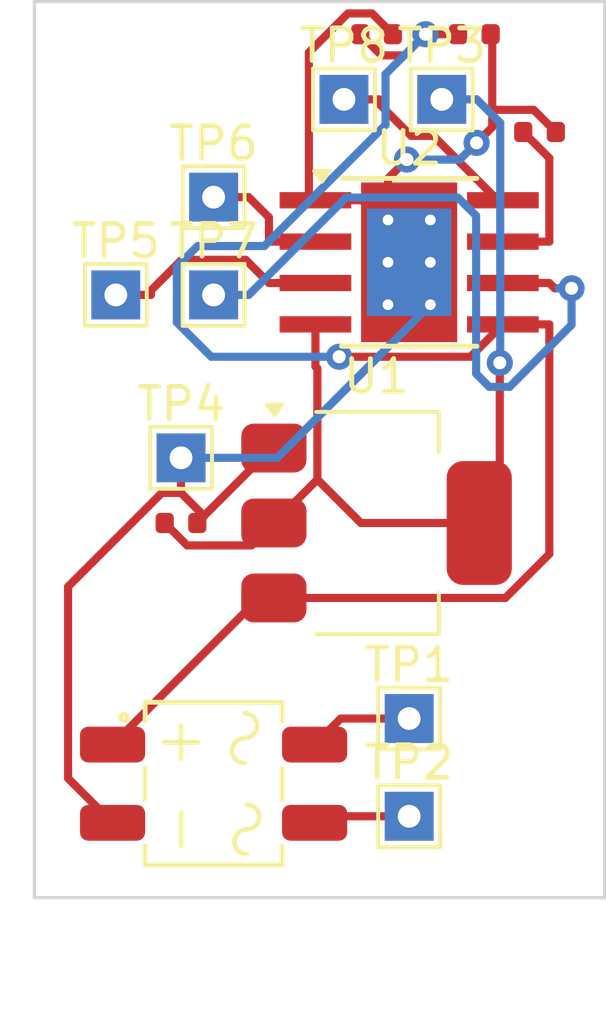
<source format=kicad_pcb>
(kicad_pcb (version 20241229) (generator "pcbnew") (generator_version "9.0")
  (layers (0 "F.Cu" signal) (2 "B.Cu" signal) (13 "F.Paste" user) (15 "B.Paste" user) (5 "F.SilkS" user "F.Silkscreen") (7 "B.SilkS" user "B.Silkscreen") (1 "F.Mask" user) (3 "B.Mask" user) (25 "Edge.Cuts" user))
  (net 0 "")
  (net 1 "GND")
  (net 2 "Net-(DB1-+)")
  (net 3 "Net-(DB1-AC-Pad4)")
  (net 4 "Net-(DB1-AC-Pad3)")
  (net 5 "Net-(U1-VO)")
  (net 6 "Net-(U2-ISEN)")
  (net 7 "Net-(U2-IN1)")
  (net 8 "Net-(U2-IN2)")
  (net 9 "Net-(U2-OUT1)")
  (net 10 "Net-(U2-OUT2)")
  (footprint "TestPoint:TestPoint_THTPad_1.5x1.5mm_Drill0.7mm" (layer "F.Cu") (at 89 41)
    (property "Reference" "TP7" (at 0 -1.648 0) (layer "F.SilkS"))
    (property "Value" "TestPoint")
    (fp_line (start -0.95 -0.95) (end 0.95 -0.95) (stroke (width 0.12)) (layer "F.SilkS"))
    (fp_line (start -0.95 0.95) (end -0.95 -0.95) (stroke (width 0.12)) (layer "F.SilkS"))
    (fp_line (start 0.95 -0.95) (end 0.95 0.95) (stroke (width 0.12)) (layer "F.SilkS"))
    (fp_line (start 0.95 0.95) (end -0.95 0.95) (stroke (width 0.12)) (layer "F.SilkS"))
    (pad "1" thru_hole rect (at 0 0) (size 1.5 1.5) (drill 0.7) (layers "*.Cu" "*.Mask") (net 9 "Net-(U2-OUT1)"))
  )
  (footprint "TestPoint:TestPoint_THTPad_1.5x1.5mm_Drill0.7mm" (layer "F.Cu") (at 89 38)
    (property "Reference" "TP6" (at 0 -1.648 0) (layer "F.SilkS"))
    (property "Value" "TestPoint")
    (fp_line (start -0.95 -0.95) (end 0.95 -0.95) (stroke (width 0.12)) (layer "F.SilkS"))
    (fp_line (start -0.95 0.95) (end -0.95 -0.95) (stroke (width 0.12)) (layer "F.SilkS"))
    (fp_line (start 0.95 -0.95) (end 0.95 0.95) (stroke (width 0.12)) (layer "F.SilkS"))
    (fp_line (start 0.95 0.95) (end -0.95 0.95) (stroke (width 0.12)) (layer "F.SilkS"))
    (pad "1" thru_hole rect (at 0 0) (size 1.5 1.5) (drill 0.7) (layers "*.Cu" "*.Mask") (net 8 "Net-(U2-IN2)"))
  )
  (footprint "TestPoint:TestPoint_THTPad_1.5x1.5mm_Drill0.7mm" (layer "F.Cu") (at 88 46)
    (property "Reference" "TP4" (at 0 -1.648 0) (layer "F.SilkS"))
    (property "Value" "TestPoint")
    (fp_line (start -0.95 -0.95) (end 0.95 -0.95) (stroke (width 0.12)) (layer "F.SilkS"))
    (fp_line (start -0.95 0.95) (end -0.95 -0.95) (stroke (width 0.12)) (layer "F.SilkS"))
    (fp_line (start 0.95 -0.95) (end 0.95 0.95) (stroke (width 0.12)) (layer "F.SilkS"))
    (fp_line (start 0.95 0.95) (end -0.95 0.95) (stroke (width 0.12)) (layer "F.SilkS"))
    (pad "1" thru_hole rect (at 0 0) (size 1.5 1.5) (drill 0.7) (layers "*.Cu" "*.Mask") (net 1 "GND"))
  )
  (footprint "PCM_JLCPCB:C_0402" (layer "F.Cu") (at 94 33)
    (property "Reference" "C1" (hide yes))
    (property "Value" "100nF")
    (pad "1" smd roundrect (at -0.5 0) (size 0.56 0.62) (layers "F.Cu" "F.Mask" "F.Paste") (net 2 "Net-(DB1-+)"))
    (pad "2" smd roundrect (at 0.5 0) (size 0.56 0.62) (layers "F.Cu" "F.Mask" "F.Paste") (net 1 "GND"))
  )
  (footprint "TestPoint:TestPoint_THTPad_1.5x1.5mm_Drill0.7mm" (layer "F.Cu") (at 95 57)
    (property "Reference" "TP2" (at 0 -1.648 0) (layer "F.SilkS"))
    (property "Value" "TestPoint")
    (fp_line (start -0.95 -0.95) (end 0.95 -0.95) (stroke (width 0.12)) (layer "F.SilkS"))
    (fp_line (start -0.95 0.95) (end -0.95 -0.95) (stroke (width 0.12)) (layer "F.SilkS"))
    (fp_line (start 0.95 -0.95) (end 0.95 0.95) (stroke (width 0.12)) (layer "F.SilkS"))
    (fp_line (start 0.95 0.95) (end -0.95 0.95) (stroke (width 0.12)) (layer "F.SilkS"))
    (pad "1" thru_hole rect (at 0 0) (size 1.5 1.5) (drill 0.7) (layers "*.Cu" "*.Mask") (net 4 "Net-(DB1-AC-Pad3)"))
  )
  (footprint "Package_SO:Texas_HTSOP-8-1EP_3.9x4.9mm_P1.27mm_EP2.95x4.9mm_Mask2.4x3.1mm_ThermalVias" (layer "F.Cu") (at 95 40)
    (property "Reference" "U2" (at 0 -3.5 0) (layer "F.SilkS"))
    (property "Value" "DRV8870DDA")
    (fp_line (start -2.075 -2.575) (end 2.075 -2.575) (stroke (width 0.15)) (layer "F.SilkS"))
    (fp_line (start -2.075 2.575) (end 2.075 2.575) (stroke (width 0.15)) (layer "F.SilkS"))
    (fp_poly (pts (xy -2.675 -2.475) (xy -2.915 -2.805) (xy -2.435 -2.805) (xy -2.675 -2.475)) (stroke (width 0.12)) (fill yes) (layer "F.SilkS"))
    (pad "1" smd rect (at -2.875 -1.905) (size 2.2 0.5) (layers "F.Cu" "F.Mask" "F.Paste") (net 1 "GND"))
    (pad "2" smd rect (at -2.875 -0.635) (size 2.2 0.5) (layers "F.Cu" "F.Mask" "F.Paste") (net 8 "Net-(U2-IN2)"))
    (pad "3" smd rect (at -2.875 0.635) (size 2.2 0.5) (layers "F.Cu" "F.Mask" "F.Paste") (net 7 "Net-(U2-IN1)"))
    (pad "4" smd rect (at -2.875 1.905) (size 2.2 0.5) (layers "F.Cu" "F.Mask" "F.Paste") (net 5 "Net-(U1-VO)"))
    (pad "5" smd rect (at 2.875 1.905) (size 2.2 0.5) (layers "F.Cu" "F.Mask" "F.Paste") (net 2 "Net-(DB1-+)"))
    (pad "6" smd rect (at 2.875 0.635) (size 2.2 0.5) (layers "F.Cu" "F.Mask" "F.Paste") (net 9 "Net-(U2-OUT1)"))
    (pad "7" smd rect (at 2.875 -0.635) (size 2.2 0.5) (layers "F.Cu" "F.Mask" "F.Paste") (net 6 "Net-(U2-ISEN)"))
    (pad "8" smd rect (at 2.875 -1.905) (size 2.2 0.5) (layers "F.Cu" "F.Mask" "F.Paste") (net 10 "Net-(U2-OUT2)"))
    (pad "9" thru_hole circle (at -0.65 -1.3) (size 0.63 0.63) (drill 0.33) (layers "*.Cu" "*.Mask") (net 1 "GND"))
    (pad "9" thru_hole circle (at -0.65 0) (size 0.63 0.63) (drill 0.33) (layers "*.Cu" "*.Mask") (net 1 "GND"))
    (pad "9" thru_hole circle (at -0.65 1.3) (size 0.63 0.63) (drill 0.33) (layers "*.Cu" "*.Mask") (net 1 "GND"))
    (pad "9" smd rect (at 0 0) (size 2.6 3.3) (layers "B.Cu") (net 1 "GND"))
    (pad "9" smd rect (at 0 0) (size 2.95 4.9) (layers "F.Cu") (net 1 "GND"))
    (pad "9" thru_hole circle (at 0.65 -1.3) (size 0.63 0.63) (drill 0.33) (layers "*.Cu" "*.Mask") (net 1 "GND"))
    (pad "9" thru_hole circle (at 0.65 0) (size 0.63 0.63) (drill 0.33) (layers "*.Cu" "*.Mask") (net 1 "GND"))
    (pad "9" thru_hole circle (at 0.65 1.3) (size 0.63 0.63) (drill 0.33) (layers "*.Cu" "*.Mask") (net 1 "GND"))
  )
  (footprint "TestPoint:TestPoint_THTPad_1.5x1.5mm_Drill0.7mm" (layer "F.Cu") (at 86 41)
    (property "Reference" "TP5" (at 0 -1.648 0) (layer "F.SilkS"))
    (property "Value" "TestPoint")
    (fp_line (start -0.95 -0.95) (end 0.95 -0.95) (stroke (width 0.12)) (layer "F.SilkS"))
    (fp_line (start -0.95 0.95) (end -0.95 -0.95) (stroke (width 0.12)) (layer "F.SilkS"))
    (fp_line (start 0.95 -0.95) (end 0.95 0.95) (stroke (width 0.12)) (layer "F.SilkS"))
    (fp_line (start 0.95 0.95) (end -0.95 0.95) (stroke (width 0.12)) (layer "F.SilkS"))
    (pad "1" thru_hole rect (at 0 0) (size 1.5 1.5) (drill 0.7) (layers "*.Cu" "*.Mask") (net 7 "Net-(U2-IN1)"))
  )
  (footprint "Package_TO_SOT_SMD:SOT-223-3_TabPin2" (layer "F.Cu") (at 94 48)
    (property "Reference" "U1" (at 0 -4.5 0) (layer "F.SilkS"))
    (property "Value" "AMS1117-3.3")
    (fp_line (start -1.85 -3.41) (end 1.91 -3.41) (stroke (width 0.12)) (layer "F.SilkS"))
    (fp_line (start -1.85 3.41) (end 1.91 3.41) (stroke (width 0.12)) (layer "F.SilkS"))
    (fp_line (start 1.91 -3.41) (end 1.91 -2.15) (stroke (width 0.12)) (layer "F.SilkS"))
    (fp_line (start 1.91 3.41) (end 1.91 2.15) (stroke (width 0.12)) (layer "F.SilkS"))
    (fp_poly (pts (xy -3.13 -3.31) (xy -3.37 -3.64) (xy -2.89 -3.64) (xy -3.13 -3.31)) (stroke (width 0.12)) (fill yes) (layer "F.SilkS"))
    (pad "1" smd roundrect (at -3.15 -2.3) (size 2 1.5) (layers "F.Cu" "F.Mask" "F.Paste") (net 1 "GND"))
    (pad "2" smd roundrect (at -3.15 0) (size 2 1.5) (layers "F.Cu" "F.Mask" "F.Paste") (net 5 "Net-(U1-VO)"))
    (pad "2" smd roundrect (at 3.15 0) (size 2 3.8) (layers "F.Cu" "F.Mask" "F.Paste") (net 5 "Net-(U1-VO)"))
    (pad "3" smd roundrect (at -3.15 2.3) (size 2 1.5) (layers "F.Cu" "F.Mask" "F.Paste") (net 2 "Net-(DB1-+)"))
  )
  (footprint "PCM_JLCPCB:C_0402" (layer "F.Cu") (at 97 33)
    (property "Reference" "C3" (hide yes))
    (property "Value" "47pF")
    (pad "1" smd roundrect (at -0.5 0) (size 0.56 0.62) (layers "F.Cu" "F.Mask" "F.Paste") (net 2 "Net-(DB1-+)"))
    (pad "2" smd roundrect (at 0.5 0) (size 0.56 0.62) (layers "F.Cu" "F.Mask" "F.Paste") (net 1 "GND"))
  )
  (footprint "PCM_JLCPCB:C_0402" (layer "F.Cu") (at 88 48)
    (property "Reference" "C2" (hide yes))
    (property "Value" "10uF")
    (pad "1" smd roundrect (at -0.5 0) (size 0.56 0.62) (layers "F.Cu" "F.Mask" "F.Paste") (net 5 "Net-(U1-VO)"))
    (pad "2" smd roundrect (at 0.5 0) (size 0.56 0.62) (layers "F.Cu" "F.Mask" "F.Paste") (net 1 "GND"))
  )
  (footprint "TestPoint:TestPoint_THTPad_1.5x1.5mm_Drill0.7mm" (layer "F.Cu") (at 93 35)
    (property "Reference" "TP8" (at 0 -1.648 0) (layer "F.SilkS"))
    (property "Value" "TestPoint")
    (fp_line (start -0.95 -0.95) (end 0.95 -0.95) (stroke (width 0.12)) (layer "F.SilkS"))
    (fp_line (start -0.95 0.95) (end -0.95 -0.95) (stroke (width 0.12)) (layer "F.SilkS"))
    (fp_line (start 0.95 -0.95) (end 0.95 0.95) (stroke (width 0.12)) (layer "F.SilkS"))
    (fp_line (start 0.95 0.95) (end -0.95 0.95) (stroke (width 0.12)) (layer "F.SilkS"))
    (pad "1" thru_hole rect (at 0 0) (size 1.5 1.5) (drill 0.7) (layers "*.Cu" "*.Mask") (net 10 "Net-(U2-OUT2)"))
  )
  (footprint "PCM_JLCPCB:MBS_L4.7-W3.8-P2.40-LS7.0-TL" (layer "F.Cu") (at 89 56)
    (property "Reference" "DB1" (hide yes))
    (property "Value" "MB10S")
    (fp_line (start -2.1 -2.5) (end -2.1 -1.92) (stroke (width 0.15)) (layer "F.SilkS"))
    (fp_line (start -2.1 -0.48) (end -2.1 0.48) (stroke (width 0.15)) (layer "F.SilkS"))
    (fp_line (start -2.1 1.92) (end -2.1 2.5) (stroke (width 0.15)) (layer "F.SilkS"))
    (fp_line (start -1.51 -1.27) (end -0.49 -1.27) (stroke (width 0.15)) (layer "F.SilkS"))
    (fp_line (start -1 -0.76) (end -1 -1.78) (stroke (width 0.15)) (layer "F.SilkS"))
    (fp_line (start -1 1.91) (end -1 0.89) (stroke (width 0.15)) (layer "F.SilkS"))
    (fp_line (start 2.1 -2.5) (end -2.1 -2.5) (stroke (width 0.15)) (layer "F.SilkS"))
    (fp_line (start 2.1 -2.5) (end 2.1 -1.92) (stroke (width 0.15)) (layer "F.SilkS"))
    (fp_line (start 2.1 -0.48) (end 2.1 0.48) (stroke (width 0.15)) (layer "F.SilkS"))
    (fp_line (start 2.1 1.92) (end 2.1 2.5) (stroke (width 0.15)) (layer "F.SilkS"))
    (fp_line (start 2.1 2.5) (end -2.1 2.5) (stroke (width 0.15)) (layer "F.SilkS"))
    (fp_arc (start 0.95 -2.16) (mid 1.33 -1.78) (end 0.95 -1.4) (stroke (width 0.15)) (layer "F.SilkS"))
    (fp_arc (start 0.95 -0.63) (mid 0.565 -1.015) (end 0.95 -1.4) (stroke (width 0.15)) (layer "F.SilkS"))
    (fp_arc (start 1.02 0.64) (mid 1.4 1.02) (end 1.02 1.4) (stroke (width 0.15)) (layer "F.SilkS"))
    (fp_arc (start 1.02 2.16) (mid 0.64 1.78) (end 1.02 1.4) (stroke (width 0.15)) (layer "F.SilkS"))
    (fp_circle (center -2.75 -2.03) (end -2.72 -2.03) (stroke (width 0.15)) (fill no) (layer "F.SilkS"))
    (pad "1" smd roundrect (at -3.1 -1.2) (size 2 1.1) (layers "F.Cu" "F.Mask" "F.Paste") (roundrect_rratio 0.2272727273) (net 2 "Net-(DB1-+)"))
    (pad "2" smd roundrect (at -3.1 1.2) (size 2 1.1) (layers "F.Cu" "F.Mask" "F.Paste") (roundrect_rratio 0.2272727273) (net 1 "GND"))
    (pad "3" smd roundrect (at 3.1 1.2) (size 2 1.1) (layers "F.Cu" "F.Mask" "F.Paste") (roundrect_rratio 0.2272727273) (net 4 "Net-(DB1-AC-Pad3)"))
    (pad "4" smd roundrect (at 3.1 -1.2) (size 2 1.1) (layers "F.Cu" "F.Mask" "F.Paste") (roundrect_rratio 0.2272727273) (net 3 "Net-(DB1-AC-Pad4)"))
  )
  (footprint "TestPoint:TestPoint_THTPad_1.5x1.5mm_Drill0.7mm" (layer "F.Cu") (at 95 54)
    (property "Reference" "TP1" (at 0 -1.648 0) (layer "F.SilkS"))
    (property "Value" "TestPoint")
    (fp_line (start -0.95 -0.95) (end 0.95 -0.95) (stroke (width 0.12)) (layer "F.SilkS"))
    (fp_line (start -0.95 0.95) (end -0.95 -0.95) (stroke (width 0.12)) (layer "F.SilkS"))
    (fp_line (start 0.95 -0.95) (end 0.95 0.95) (stroke (width 0.12)) (layer "F.SilkS"))
    (fp_line (start 0.95 0.95) (end -0.95 0.95) (stroke (width 0.12)) (layer "F.SilkS"))
    (pad "1" thru_hole rect (at 0 0) (size 1.5 1.5) (drill 0.7) (layers "*.Cu" "*.Mask") (net 3 "Net-(DB1-AC-Pad4)"))
  )
  (footprint "TestPoint:TestPoint_THTPad_1.5x1.5mm_Drill0.7mm" (layer "F.Cu") (at 96 35)
    (property "Reference" "TP3" (at 0 -1.648 0) (layer "F.SilkS"))
    (property "Value" "TestPoint")
    (fp_line (start -0.95 -0.95) (end 0.95 -0.95) (stroke (width 0.12)) (layer "F.SilkS"))
    (fp_line (start -0.95 0.95) (end -0.95 -0.95) (stroke (width 0.12)) (layer "F.SilkS"))
    (fp_line (start 0.95 -0.95) (end 0.95 0.95) (stroke (width 0.12)) (layer "F.SilkS"))
    (fp_line (start 0.95 0.95) (end -0.95 0.95) (stroke (width 0.12)) (layer "F.SilkS"))
    (pad "1" thru_hole rect (at 0 0) (size 1.5 1.5) (drill 0.7) (layers "*.Cu" "*.Mask") (net 5 "Net-(U1-VO)"))
  )
  (footprint "PCM_JLCPCB:R_0402" (layer "F.Cu") (at 99 36)
    (property "Reference" "R1" (hide yes))
    (property "Value" "0.2" (hide yes))
    (pad "1" smd roundrect (at -0.5 0) (size 0.56 0.62) (layers "F.Cu" "F.Mask" "F.Paste") (net 6 "Net-(U2-ISEN)"))
    (pad "2" smd roundrect (at 0.5 0) (size 0.56 0.62) (layers "F.Cu" "F.Mask" "F.Paste") (net 1 "GND"))
  )
  (gr_rect (start 83.5 32) (end 101 59.5) (stroke (width 0.1)) (fill no) (layer "Edge.Cuts"))
  (segment (start 94.35 38.7) (end 94.35 37.4285) (width 0.25) (layer "F.Cu") (net 1))
  (segment (start 97.5488 35.32) (end 97.5488 35) (width 0.25) (layer "F.Cu") (net 1))
  (segment (start 94.8586 36.9199) (end 94.9313 36.8472) (width 0.25) (layer "F.Cu") (net 1))
  (segment (start 97.5 33) (end 97.5488 33.0488) (width 0.25) (layer "F.Cu") (net 1))
  (segment (start 95.65 41.3) (end 95.65 40) (width 0.25) (layer "F.Cu") (net 1))
  (segment (start 88.7053 47.7947) (end 88.7053 47.782) (width 0.25) (layer "F.Cu") (net 1))
  (segment (start 98.82 35.32) (end 99.5 36) (width 0.25) (layer "F.Cu") (net 1))
  (segment (start 88.7053 47.782) (end 88 47.0767) (width 0.25) (layer "F.Cu") (net 1))
  (segment (start 90.85 45.7) (end 90.7873 45.7) (width 0.25) (layer "F.Cu") (net 1))
  (segment (start 94.5 33) (end 93.8628 32.3628) (width 0.25) (layer "F.Cu") (net 1))
  (segment (start 91.9233 37.8933) (end 92.125 38.095) (width 0.25) (layer "F.Cu") (net 1))
  (segment (start 94.35 38.7) (end 94.1567 38.7) (width 0.25) (layer "F.Cu") (net 1))
  (segment (start 85.9 57.2) (end 84.535 55.835) (width 0.25) (layer "F.Cu") (net 1))
  (segment (start 94.35 41.3) (end 94.35 40) (width 0.25) (layer "F.Cu") (net 1))
  (segment (start 97.5488 33.1005) (end 97.5488 33.0488) (width 0.25) (layer "F.Cu") (net 1))
  (segment (start 87.4112 47.0767) (end 88 47.0767) (width 0.25) (layer "F.Cu") (net 1))
  (segment (start 84.535 55.835) (end 84.535 49.9529) (width 0.25) (layer "F.Cu") (net 1))
  (segment (start 97.5488 35.32) (end 98.82 35.32) (width 0.25) (layer "F.Cu") (net 1))
  (segment (start 93.1197 32.3628) (end 91.9233 33.5592) (width 0.25) (layer "F.Cu") (net 1))
  (segment (start 90.7873 45.7) (end 88.7053 47.782) (width 0.25) (layer "F.Cu") (net 1))
  (segment (start 84.535 49.9529) (end 87.4112 47.0767) (width 0.25) (layer "F.Cu") (net 1))
  (segment (start 94.9313 36.8472) (end 94.8586 36.9199) (width 0.25) (layer "F.Cu") (net 1))
  (segment (start 94.35 37.4285) (end 94.9313 36.8472) (width 0.25) (layer "F.Cu") (net 1))
  (segment (start 94.35 38.7) (end 94.35 40) (width 0.25) (layer "F.Cu") (net 1))
  (segment (start 88.5 48) (end 88.7053 47.7947) (width 0.25) (layer "F.Cu") (net 1))
  (segment (start 93.8628 32.3628) (end 93.1197 32.3628) (width 0.25) (layer "F.Cu") (net 1))
  (segment (start 95.65 40) (end 95.65 38.7) (width 0.25) (layer "F.Cu") (net 1))
  (segment (start 97.5488 35) (end 97.5488 33.1005) (width 0.25) (layer "F.Cu") (net 1))
  (segment (start 97.5488 35.8533) (end 97.5488 35.32) (width 0.25) (layer "F.Cu") (net 1))
  (segment (start 92.125 38.095) (end 93.5517 38.095) (width 0.25) (layer "F.Cu") (net 1))
  (segment (start 91.9233 33.5592) (end 91.9233 37.8933) (width 0.25) (layer "F.Cu") (net 1))
  (segment (start 97.0678 36.3343) (end 97.5488 35.8533) (width 0.25) (layer "F.Cu") (net 1))
  (segment (start 94.1567 38.7) (end 93.5517 38.095) (width 0.25) (layer "F.Cu") (net 1))
  (segment (start 95 40) (end 95.65 40) (width 0.25) (layer "F.Cu") (net 1))
  (segment (start 88 46) (end 88 47.0767) (width 0.25) (layer "F.Cu") (net 1))
  (via (at 94.9313 36.8472) (size 0.8) (drill 0.4) (layers "F.Cu" "B.Cu") (net 1))
  (via (at 97.0678 36.3343) (size 0.8) (drill 0.4) (layers "F.Cu" "B.Cu") (net 1))
  (segment (start 94.9313 36.8472) (end 94.8586 36.9199) (width 0.25) (layer "B.Cu") (net 1))
  (segment (start 95.65 40) (end 95 40) (width 0.25) (layer "B.Cu") (net 1))
  (segment (start 90.95 46) (end 88 46) (width 0.25) (layer "B.Cu") (net 1))
  (segment (start 94.35 40) (end 95 40) (width 0.25) (layer "B.Cu") (net 1))
  (segment (start 96.5549 36.8472) (end 97.0678 36.3343) (width 0.25) (layer "B.Cu") (net 1))
  (segment (start 94.8586 36.9199) (end 94.9313 36.8472) (width 0.25) (layer "B.Cu") (net 1))
  (segment (start 95.65 41.3) (end 90.95 46) (width 0.25) (layer "B.Cu") (net 1))
  (segment (start 94.9313 36.8472) (end 96.5549 36.8472) (width 0.25) (layer "B.Cu") (net 1))
  (segment (start 96.8823 42.8977) (end 97.875 41.905) (width 0.25) (layer "F.Cu") (net 2))
  (segment (start 97.9526 50.3) (end 90.85 50.3) (width 0.25) (layer "F.Cu") (net 2))
  (segment (start 94.8494 33.6506) (end 95.5 33) (width 0.25) (layer "F.Cu") (net 2))
  (segment (start 99.3017 48.9509) (end 97.9526 50.3) (width 0.25) (layer "F.Cu") (net 2))
  (segment (start 95.5 33) (end 96.5 33) (width 0.25) (layer "F.Cu") (net 2))
  (segment (start 85.9 54.8) (end 90.4 50.3) (width 0.25) (layer "F.Cu") (net 2))
  (segment (start 92.9909 42.8977) (end 92.8521 42.8977) (width 0.25) (layer "F.Cu") (net 2))
  (segment (start 92.8521 42.8977) (end 92.9909 42.8977) (width 0.25) (layer "F.Cu") (net 2))
  (segment (start 99.3017 41.905) (end 99.3017 48.9509) (width 0.25) (layer "F.Cu") (net 2))
  (segment (start 93.5 33) (end 94.1506 33.6506) (width 0.25) (layer "F.Cu") (net 2))
  (segment (start 92.8521 42.8977) (end 96.8823 42.8977) (width 0.25) (layer "F.Cu") (net 2))
  (segment (start 97.875 41.905) (end 99.3017 41.905) (width 0.25) (layer "F.Cu") (net 2))
  (segment (start 94.1506 33.6506) (end 94.8494 33.6506) (width 0.25) (layer "F.Cu") (net 2))
  (segment (start 90.4 50.3) (end 90.85 50.3) (width 0.25) (layer "F.Cu") (net 2))
  (via (at 95.5 33) (size 0.8) (drill 0.4) (layers "F.Cu" "B.Cu") (net 2))
  (via (at 92.8521 42.8977) (size 0.8) (drill 0.4) (layers "F.Cu" "B.Cu") (net 2))
  (segment (start 94.2756 35.7824) (end 90.558 39.5) (width 0.25) (layer "B.Cu") (net 2))
  (segment (start 88.5081 39.5) (end 87.8717 40.1364) (width 0.25) (layer "B.Cu") (net 2))
  (segment (start 95.5 33) (end 94.2756 34.2244) (width 0.25) (layer "B.Cu") (net 2))
  (segment (start 90.558 39.5) (end 88.5081 39.5) (width 0.25) (layer "B.Cu") (net 2))
  (segment (start 92.9909 42.8977) (end 92.8521 42.8977) (width 0.25) (layer "B.Cu") (net 2))
  (segment (start 88.9267 42.8977) (end 92.8521 42.8977) (width 0.25) (layer "B.Cu") (net 2))
  (segment (start 94.2756 34.2244) (end 94.2756 35.7824) (width 0.25) (layer "B.Cu") (net 2))
  (segment (start 87.8717 40.1364) (end 87.8717 41.8427) (width 0.25) (layer "B.Cu") (net 2))
  (segment (start 87.8717 41.8427) (end 88.9267 42.8977) (width 0.25) (layer "B.Cu") (net 2))
  (segment (start 92.8521 42.8977) (end 92.9909 42.8977) (width 0.25) (layer "B.Cu") (net 2))
  (segment (start 92.9 54) (end 92.1 54.8) (width 0.25) (layer "F.Cu") (net 3))
  (segment (start 95 54) (end 92.9 54) (width 0.25) (layer "F.Cu") (net 3))
  (segment (start 95 57) (end 92.3 57) (width 0.25) (layer "F.Cu") (net 4))
  (segment (start 92.3 57) (end 92.1 57.2) (width 0.25) (layer "F.Cu") (net 4))
  (segment (start 97.7816 43.084) (end 97.7816 43.0711) (width 0.25) (layer "F.Cu") (net 5))
  (segment (start 97.7816 43.0711) (end 97.7816 43.084) (width 0.25) (layer "F.Cu") (net 5))
  (segment (start 97.78 43.084) (end 97.78 47.37) (width 0.25) (layer "F.Cu") (net 5))
  (segment (start 92.125 43.1982) (end 92.1849 43.2581) (width 0.25) (layer "F.Cu") (net 5))
  (segment (start 97.78 43.084) (end 97.7816 43.084) (width 0.25) (layer "F.Cu") (net 5))
  (segment (start 90.85 48) (end 92.1849 46.6651) (width 0.25) (layer "F.Cu") (net 5))
  (segment (start 87.5 48) (end 88.1882 48.6882) (width 0.25) (layer "F.Cu") (net 5))
  (segment (start 92.1849 43.2581) (end 92.1849 46.6651) (width 0.25) (layer "F.Cu") (net 5))
  (segment (start 93.5198 48) (end 92.1849 46.6651) (width 0.25) (layer "F.Cu") (net 5))
  (segment (start 97.78 47.37) (end 97.15 48) (width 0.25) (layer "F.Cu") (net 5))
  (segment (start 90.1618 48.6882) (end 90.85 48) (width 0.25) (layer "F.Cu") (net 5))
  (segment (start 97.15 48) (end 93.5198 48) (width 0.25) (layer "F.Cu") (net 5))
  (segment (start 88.1882 48.6882) (end 90.1618 48.6882) (width 0.25) (layer "F.Cu") (net 5))
  (segment (start 92.125 41.905) (end 92.125 43.1982) (width 0.25) (layer "F.Cu") (net 5))
  (via (at 97.7816 43.084) (size 0.8) (drill 0.4) (layers "F.Cu" "B.Cu") (net 5))
  (segment (start 97.7816 43.084) (end 97.7816 43.0711) (width 0.25) (layer "B.Cu") (net 5))
  (segment (start 97.7945 43.0711) (end 97.7945 35.7178) (width 0.25) (layer "B.Cu") (net 5))
  (segment (start 96 35) (end 97.0767 35) (width 0.25) (layer "B.Cu") (net 5))
  (segment (start 97.7945 35.7178) (end 97.0767 35) (width 0.25) (layer "B.Cu") (net 5))
  (segment (start 97.7816 43.084) (end 97.7945 43.0711) (width 0.25) (layer "B.Cu") (net 5))
  (segment (start 97.7816 43.0711) (end 97.7816 43.084) (width 0.25) (layer "B.Cu") (net 5))
  (segment (start 99.3017 39.365) (end 99.3017 36.8017) (width 0.25) (layer "F.Cu") (net 6))
  (segment (start 97.875 39.365) (end 99.3017 39.365) (width 0.25) (layer "F.Cu") (net 6))
  (segment (start 99.3017 36.8017) (end 98.5 36) (width 0.25) (layer "F.Cu") (net 6))
  (segment (start 92.125 40.635) (end 90.6983 40.635) (width 0.25) (layer "F.Cu") (net 7))
  (segment (start 90.6983 40.635) (end 89.9866 39.9233) (width 0.25) (layer "F.Cu") (net 7))
  (segment (start 86 41) (end 87.0767 41) (width 0.25) (layer "F.Cu") (net 7))
  (segment (start 87.0767 40.8653) (end 87.0767 41) (width 0.25) (layer "F.Cu") (net 7))
  (segment (start 89.9866 39.9233) (end 88.0187 39.9233) (width 0.25) (layer "F.Cu") (net 7))
  (segment (start 88.0187 39.9233) (end 87.0767 40.8653) (width 0.25) (layer "F.Cu") (net 7))
  (segment (start 90.0767 38) (end 90.6983 38.6216) (width 0.25) (layer "F.Cu") (net 8))
  (segment (start 92.125 39.365) (end 90.6983 39.365) (width 0.25) (layer "F.Cu") (net 8))
  (segment (start 89 38) (end 90.0767 38) (width 0.25) (layer "F.Cu") (net 8))
  (segment (start 90.6983 38.6216) (end 90.6983 39.365) (width 0.25) (layer "F.Cu") (net 8))
  (segment (start 99.9825 40.797) (end 99.4637 40.797) (width 0.25) (layer "F.Cu") (net 9))
  (segment (start 97.875 40.635) (end 99.3017 40.635) (width 0.25) (layer "F.Cu") (net 9))
  (segment (start 99.4637 40.797) (end 99.3017 40.635) (width 0.25) (layer "F.Cu") (net 9))
  (segment (start 99.9825 40.797) (end 99.5934 40.797) (width 0.25) (layer "F.Cu") (net 9))
  (segment (start 99.5934 40.797) (end 99.9825 40.797) (width 0.25) (layer "F.Cu") (net 9))
  (via (at 99.9825 40.797) (size 0.8) (drill 0.4) (layers "F.Cu" "B.Cu") (net 9))
  (segment (start 97.4591 43.8224) (end 98.0821 43.8224) (width 0.25) (layer "B.Cu") (net 9))
  (segment (start 99.5934 40.797) (end 99.9825 40.797) (width 0.25) (layer "B.Cu") (net 9))
  (segment (start 99.9825 40.797) (end 99.5934 40.797) (width 0.25) (layer "B.Cu") (net 9))
  (segment (start 99.9825 41.922) (end 99.9825 40.797) (width 0.25) (layer "B.Cu") (net 9))
  (segment (start 98.0821 43.8224) (end 99.9825 41.922) (width 0.25) (layer "B.Cu") (net 9))
  (segment (start 93.0648 38.0119) (end 96.4944 38.0119) (width 0.25) (layer "B.Cu") (net 9))
  (segment (start 89 41) (end 90.0767 41) (width 0.25) (layer "B.Cu") (net 9))
  (segment (start 90.0767 41) (end 93.0648 38.0119) (width 0.25) (layer "B.Cu") (net 9))
  (segment (start 97.0548 38.5723) (end 97.0548 43.4181) (width 0.25) (layer "B.Cu") (net 9))
  (segment (start 96.4944 38.0119) (end 97.0548 38.5723) (width 0.25) (layer "B.Cu") (net 9))
  (segment (start 97.0548 43.4181) (end 97.4591 43.8224) (width 0.25) (layer "B.Cu") (net 9))
  (segment (start 93 35) (end 94.0767 35) (width 0.25) (layer "F.Cu") (net 10))
  (segment (start 94.0767 35.1347) (end 94.0767 35) (width 0.25) (layer "F.Cu") (net 10))
  (segment (start 97.875 38.095) (end 97.7185 38.095) (width 0.25) (layer "F.Cu") (net 10))
  (segment (start 95.744 36.1205) (end 95.0625 36.1205) (width 0.25) (layer "F.Cu") (net 10))
  (segment (start 97.7185 38.095) (end 95.744 36.1205) (width 0.25) (layer "F.Cu") (net 10))
  (segment (start 95.0625 36.1205) (end 94.0767 35.1347) (width 0.25) (layer "F.Cu") (net 10))
)
</source>
